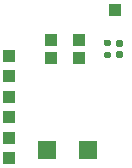
<source format=gbr>
%TF.GenerationSoftware,KiCad,Pcbnew,5.1.9-73d0e3b20d~88~ubuntu20.04.1*%
%TF.CreationDate,2022-04-15T22:34:28-04:00*%
%TF.ProjectId,ring,72696e67-2e6b-4696-9361-645f70636258,rev?*%
%TF.SameCoordinates,Original*%
%TF.FileFunction,Soldermask,Bot*%
%TF.FilePolarity,Negative*%
%FSLAX46Y46*%
G04 Gerber Fmt 4.6, Leading zero omitted, Abs format (unit mm)*
G04 Created by KiCad (PCBNEW 5.1.9-73d0e3b20d~88~ubuntu20.04.1) date 2022-04-15 22:34:28*
%MOMM*%
%LPD*%
G01*
G04 APERTURE LIST*
%ADD10R,1.000000X1.000000*%
%ADD11R,1.500000X1.500000*%
G04 APERTURE END LIST*
D10*
%TO.C,TP13*%
X79044800Y-25400000D03*
%TD*%
%TO.C,TP12*%
X73609200Y-27940000D03*
%TD*%
%TO.C,TP11*%
X73609200Y-29514800D03*
%TD*%
%TO.C,TP10*%
X75996800Y-27940000D03*
%TD*%
%TO.C,TP9*%
X75996800Y-29514800D03*
%TD*%
%TO.C,R5*%
G36*
G01*
X78199400Y-28942000D02*
X78569400Y-28942000D01*
G75*
G02*
X78704400Y-29077000I0J-135000D01*
G01*
X78704400Y-29347000D01*
G75*
G02*
X78569400Y-29482000I-135000J0D01*
G01*
X78199400Y-29482000D01*
G75*
G02*
X78064400Y-29347000I0J135000D01*
G01*
X78064400Y-29077000D01*
G75*
G02*
X78199400Y-28942000I135000J0D01*
G01*
G37*
G36*
G01*
X78199400Y-27922000D02*
X78569400Y-27922000D01*
G75*
G02*
X78704400Y-28057000I0J-135000D01*
G01*
X78704400Y-28327000D01*
G75*
G02*
X78569400Y-28462000I-135000J0D01*
G01*
X78199400Y-28462000D01*
G75*
G02*
X78064400Y-28327000I0J135000D01*
G01*
X78064400Y-28057000D01*
G75*
G02*
X78199400Y-27922000I135000J0D01*
G01*
G37*
%TD*%
%TO.C,D1*%
G36*
G01*
X79227900Y-28892000D02*
X79572900Y-28892000D01*
G75*
G02*
X79720400Y-29039500I0J-147500D01*
G01*
X79720400Y-29334500D01*
G75*
G02*
X79572900Y-29482000I-147500J0D01*
G01*
X79227900Y-29482000D01*
G75*
G02*
X79080400Y-29334500I0J147500D01*
G01*
X79080400Y-29039500D01*
G75*
G02*
X79227900Y-28892000I147500J0D01*
G01*
G37*
G36*
G01*
X79227900Y-27922000D02*
X79572900Y-27922000D01*
G75*
G02*
X79720400Y-28069500I0J-147500D01*
G01*
X79720400Y-28364500D01*
G75*
G02*
X79572900Y-28512000I-147500J0D01*
G01*
X79227900Y-28512000D01*
G75*
G02*
X79080400Y-28364500I0J147500D01*
G01*
X79080400Y-28069500D01*
G75*
G02*
X79227900Y-27922000I147500J0D01*
G01*
G37*
%TD*%
D11*
%TO.C,TP8*%
X76758800Y-37287200D03*
%TD*%
%TO.C,TP7*%
X73253600Y-37287200D03*
%TD*%
D10*
%TO.C,TP4*%
X70053200Y-34493200D03*
%TD*%
%TO.C,TP6*%
X70053200Y-29311600D03*
%TD*%
%TO.C,TP5*%
X70053200Y-31038800D03*
%TD*%
%TO.C,TP3*%
X70053200Y-32766000D03*
%TD*%
%TO.C,TP2*%
X70053200Y-37947600D03*
%TD*%
%TO.C,TP1*%
X70053200Y-36220400D03*
%TD*%
M02*

</source>
